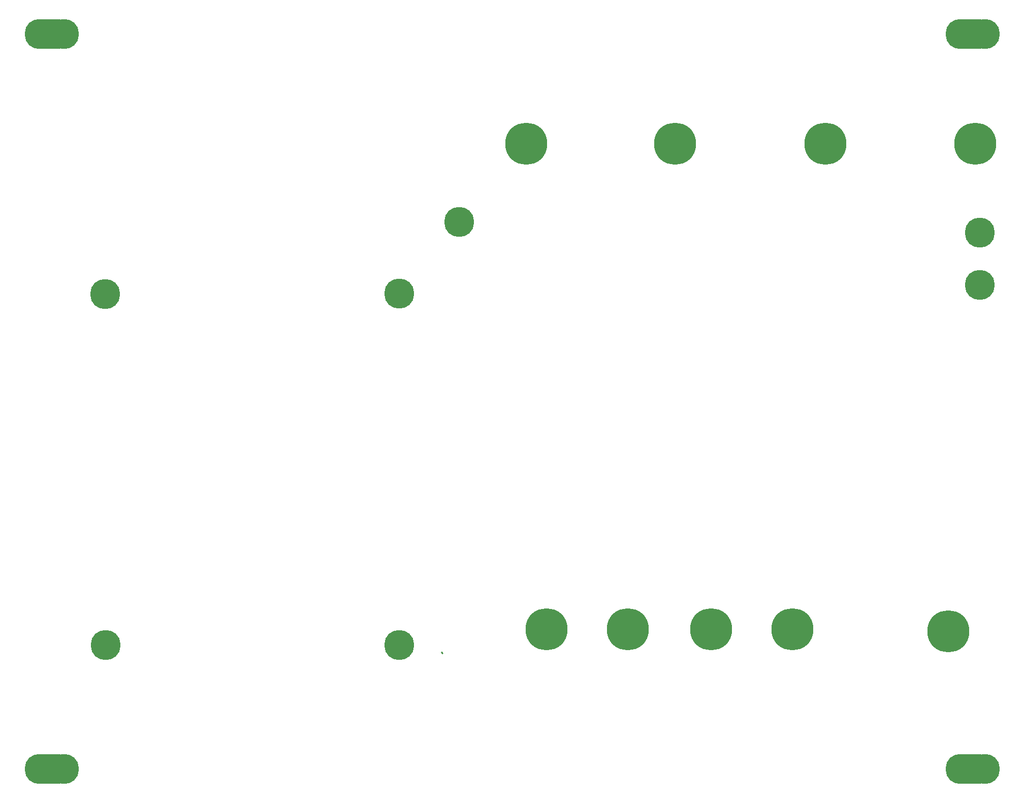
<source format=gbr>
%TF.GenerationSoftware,KiCad,Pcbnew,8.0.0*%
%TF.CreationDate,2024-04-13T17:49:09+09:00*%
%TF.ProjectId,RaverackPanel,52617665-7261-4636-9b50-616e656c2e6b,rev?*%
%TF.SameCoordinates,Original*%
%TF.FileFunction,Copper,L1,Top*%
%TF.FilePolarity,Positive*%
%FSLAX46Y46*%
G04 Gerber Fmt 4.6, Leading zero omitted, Abs format (unit mm)*
G04 Created by KiCad (PCBNEW 8.0.0) date 2024-04-13 17:49:09*
%MOMM*%
%LPD*%
G01*
G04 APERTURE LIST*
%TA.AperFunction,ViaPad*%
%ADD10C,5.000000*%
%TD*%
%TA.AperFunction,ViaPad*%
%ADD11C,7.000000*%
%TD*%
%TA.AperFunction,Conductor*%
%ADD12C,0.250000*%
%TD*%
G04 APERTURE END LIST*
D10*
%TO.N,*%
X86970000Y-66240000D03*
X27000000Y-145500000D03*
X184600000Y-145500000D03*
X28000000Y-23000000D03*
D11*
X111530000Y-122250000D03*
D10*
X28000000Y-145500000D03*
D11*
X178480000Y-122540000D03*
D10*
X31100000Y-145500000D03*
X30000000Y-145500000D03*
D11*
X152500000Y-122250000D03*
X138930000Y-122250000D03*
D10*
X29000000Y-23000000D03*
D11*
X158020000Y-41250000D03*
D10*
X181500000Y-23000000D03*
X184600000Y-23000000D03*
X180500000Y-145500000D03*
X30000000Y-23000000D03*
D11*
X183020000Y-41250000D03*
D10*
X86990000Y-124840000D03*
X183740000Y-64810000D03*
X183750000Y-56120000D03*
X182500000Y-23000000D03*
D11*
X125100000Y-122250000D03*
D10*
X183500000Y-23000000D03*
X31100000Y-23000000D03*
X29000000Y-145500000D03*
X181500000Y-145500000D03*
X38020000Y-124830000D03*
X180500000Y-23000000D03*
X27000000Y-23000000D03*
X183500000Y-145500000D03*
D11*
X108140000Y-41250000D03*
D10*
X96990000Y-54290000D03*
X182500000Y-145500000D03*
D11*
X132990000Y-41250000D03*
D10*
X37960000Y-66320000D03*
%TD*%
D12*
%TO.N,5V*%
X94000000Y-126060000D02*
X94190000Y-126250000D01*
%TD*%
M02*

</source>
